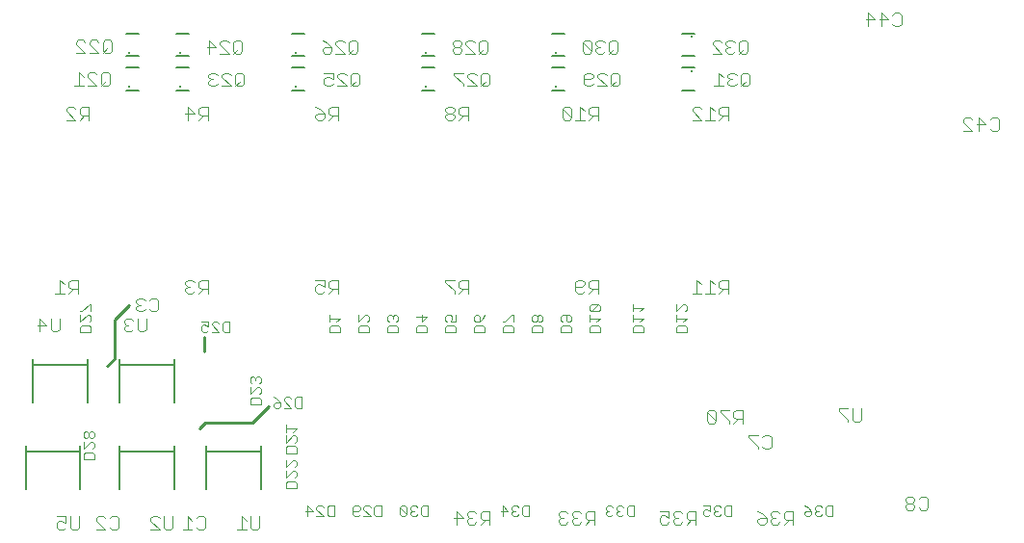
<source format=gbo>
G75*
%MOIN*%
%OFA0B0*%
%FSLAX25Y25*%
%IPPOS*%
%LPD*%
%AMOC8*
5,1,8,0,0,1.08239X$1,22.5*
%
%ADD10C,0.01000*%
%ADD11C,0.00400*%
%ADD12C,0.00300*%
%ADD13C,0.00800*%
%ADD14C,0.01181*%
D10*
X0052850Y0085414D02*
X0055350Y0087914D01*
X0055350Y0101664D01*
X0060350Y0106664D01*
X0086600Y0095414D02*
X0086600Y0090414D01*
X0086737Y0065839D02*
X0103275Y0065839D01*
X0108787Y0071351D01*
X0086737Y0065839D02*
X0084900Y0064001D01*
D11*
X0036202Y0028864D02*
X0035435Y0029631D01*
X0035435Y0031166D01*
X0036202Y0031933D01*
X0036969Y0031933D01*
X0038504Y0031166D01*
X0038504Y0033468D01*
X0035435Y0033468D01*
X0040039Y0033468D02*
X0040039Y0029631D01*
X0040806Y0028864D01*
X0042341Y0028864D01*
X0043108Y0029631D01*
X0043108Y0033468D01*
X0038504Y0029631D02*
X0037737Y0028864D01*
X0036202Y0028864D01*
X0049185Y0028864D02*
X0052254Y0028864D01*
X0049185Y0031933D01*
X0049185Y0032700D01*
X0049952Y0033468D01*
X0051487Y0033468D01*
X0052254Y0032700D01*
X0053789Y0032700D02*
X0054556Y0033468D01*
X0056091Y0033468D01*
X0056858Y0032700D01*
X0056858Y0029631D01*
X0056091Y0028864D01*
X0054556Y0028864D01*
X0053789Y0029631D01*
X0067935Y0028864D02*
X0071004Y0028864D01*
X0067935Y0031933D01*
X0067935Y0032700D01*
X0068702Y0033468D01*
X0070237Y0033468D01*
X0071004Y0032700D01*
X0072539Y0033468D02*
X0072539Y0029631D01*
X0073306Y0028864D01*
X0074841Y0028864D01*
X0075608Y0029631D01*
X0075608Y0033468D01*
X0079185Y0028864D02*
X0082254Y0028864D01*
X0080719Y0028864D02*
X0080719Y0033468D01*
X0082254Y0031933D01*
X0083789Y0032700D02*
X0084556Y0033468D01*
X0086091Y0033468D01*
X0086858Y0032700D01*
X0086858Y0029631D01*
X0086091Y0028864D01*
X0084556Y0028864D01*
X0083789Y0029631D01*
X0097935Y0028864D02*
X0101004Y0028864D01*
X0099469Y0028864D02*
X0099469Y0033468D01*
X0101004Y0031933D01*
X0102539Y0033468D02*
X0102539Y0029631D01*
X0103306Y0028864D01*
X0104841Y0028864D01*
X0105608Y0029631D01*
X0105608Y0033468D01*
X0065633Y0097364D02*
X0064098Y0097364D01*
X0063331Y0098131D01*
X0063331Y0101968D01*
X0061796Y0101200D02*
X0061029Y0101968D01*
X0059494Y0101968D01*
X0058727Y0101200D01*
X0058727Y0100433D01*
X0059494Y0099666D01*
X0058727Y0098899D01*
X0058727Y0098131D01*
X0059494Y0097364D01*
X0061029Y0097364D01*
X0061796Y0098131D01*
X0060261Y0099666D02*
X0059494Y0099666D01*
X0063702Y0104364D02*
X0065237Y0104364D01*
X0066004Y0105131D01*
X0067539Y0105131D02*
X0068306Y0104364D01*
X0069841Y0104364D01*
X0070608Y0105131D01*
X0070608Y0108200D01*
X0069841Y0108968D01*
X0068306Y0108968D01*
X0067539Y0108200D01*
X0066004Y0108200D02*
X0065237Y0108968D01*
X0063702Y0108968D01*
X0062935Y0108200D01*
X0062935Y0107433D01*
X0063702Y0106666D01*
X0062935Y0105899D01*
X0062935Y0105131D01*
X0063702Y0104364D01*
X0063702Y0106666D02*
X0064469Y0106666D01*
X0066400Y0101968D02*
X0066400Y0098131D01*
X0065633Y0097364D01*
X0079977Y0111381D02*
X0080744Y0110614D01*
X0082279Y0110614D01*
X0083046Y0111381D01*
X0084581Y0110614D02*
X0086115Y0112149D01*
X0085348Y0112149D02*
X0087650Y0112149D01*
X0087650Y0110614D02*
X0087650Y0115218D01*
X0085348Y0115218D01*
X0084581Y0114450D01*
X0084581Y0112916D01*
X0085348Y0112149D01*
X0083046Y0114450D02*
X0082279Y0115218D01*
X0080744Y0115218D01*
X0079977Y0114450D01*
X0079977Y0113683D01*
X0080744Y0112916D01*
X0079977Y0112149D01*
X0079977Y0111381D01*
X0080744Y0112916D02*
X0081511Y0112916D01*
X0042650Y0112149D02*
X0040348Y0112149D01*
X0039581Y0112916D01*
X0039581Y0114450D01*
X0040348Y0115218D01*
X0042650Y0115218D01*
X0042650Y0110614D01*
X0041115Y0112149D02*
X0039581Y0110614D01*
X0038046Y0110614D02*
X0034977Y0110614D01*
X0036511Y0110614D02*
X0036511Y0115218D01*
X0038046Y0113683D01*
X0036400Y0101968D02*
X0036400Y0098131D01*
X0035633Y0097364D01*
X0034098Y0097364D01*
X0033331Y0098131D01*
X0033331Y0101968D01*
X0031796Y0099666D02*
X0028727Y0099666D01*
X0029494Y0097364D02*
X0029494Y0101968D01*
X0031796Y0099666D01*
X0038727Y0170614D02*
X0041796Y0170614D01*
X0038727Y0173683D01*
X0038727Y0174450D01*
X0039494Y0175218D01*
X0041029Y0175218D01*
X0041796Y0174450D01*
X0043331Y0174450D02*
X0043331Y0172916D01*
X0044098Y0172149D01*
X0046400Y0172149D01*
X0044865Y0172149D02*
X0043331Y0170614D01*
X0046400Y0170614D02*
X0046400Y0175218D01*
X0044098Y0175218D01*
X0043331Y0174450D01*
X0043113Y0182573D02*
X0043113Y0187176D01*
X0044648Y0185642D01*
X0046183Y0185642D02*
X0049252Y0182573D01*
X0046183Y0182573D01*
X0044648Y0182573D02*
X0041579Y0182573D01*
X0046183Y0185642D02*
X0046183Y0186409D01*
X0046950Y0187176D01*
X0048484Y0187176D01*
X0049252Y0186409D01*
X0050786Y0186409D02*
X0050786Y0183340D01*
X0051554Y0182573D01*
X0053088Y0182573D01*
X0053856Y0183340D01*
X0053856Y0186409D01*
X0053088Y0187176D01*
X0051554Y0187176D01*
X0050786Y0186409D01*
X0052321Y0184107D02*
X0050786Y0182573D01*
X0051411Y0193823D02*
X0052946Y0195357D01*
X0052179Y0193823D02*
X0053713Y0193823D01*
X0054481Y0194590D01*
X0054481Y0197659D01*
X0053713Y0198426D01*
X0052179Y0198426D01*
X0051411Y0197659D01*
X0051411Y0194590D01*
X0052179Y0193823D01*
X0049877Y0193823D02*
X0046808Y0196892D01*
X0046808Y0197659D01*
X0047575Y0198426D01*
X0049109Y0198426D01*
X0049877Y0197659D01*
X0049877Y0193823D02*
X0046808Y0193823D01*
X0045273Y0193823D02*
X0042204Y0196892D01*
X0042204Y0197659D01*
X0042971Y0198426D01*
X0044506Y0198426D01*
X0045273Y0197659D01*
X0045273Y0193823D02*
X0042204Y0193823D01*
X0079977Y0172916D02*
X0083046Y0172916D01*
X0080744Y0175218D01*
X0080744Y0170614D01*
X0084581Y0170614D02*
X0086115Y0172149D01*
X0085348Y0172149D02*
X0087650Y0172149D01*
X0087650Y0170614D02*
X0087650Y0175218D01*
X0085348Y0175218D01*
X0084581Y0174450D01*
X0084581Y0172916D01*
X0085348Y0172149D01*
X0088746Y0182405D02*
X0090281Y0182405D01*
X0091048Y0183173D01*
X0092583Y0182405D02*
X0095652Y0182405D01*
X0092583Y0185474D01*
X0092583Y0186242D01*
X0093350Y0187009D01*
X0094885Y0187009D01*
X0095652Y0186242D01*
X0097187Y0186242D02*
X0097187Y0183173D01*
X0097954Y0182405D01*
X0099489Y0182405D01*
X0100256Y0183173D01*
X0100256Y0186242D01*
X0099489Y0187009D01*
X0097954Y0187009D01*
X0097187Y0186242D01*
X0098721Y0183940D02*
X0097187Y0182405D01*
X0091048Y0186242D02*
X0090281Y0187009D01*
X0088746Y0187009D01*
X0087979Y0186242D01*
X0087979Y0185474D01*
X0088746Y0184707D01*
X0087979Y0183940D01*
X0087979Y0183173D01*
X0088746Y0182405D01*
X0088746Y0184707D02*
X0089514Y0184707D01*
X0088121Y0193655D02*
X0088121Y0198259D01*
X0090423Y0195957D01*
X0087354Y0195957D01*
X0091958Y0196724D02*
X0091958Y0197492D01*
X0092725Y0198259D01*
X0094260Y0198259D01*
X0095027Y0197492D01*
X0096562Y0197492D02*
X0096562Y0194423D01*
X0097329Y0193655D01*
X0098864Y0193655D01*
X0099631Y0194423D01*
X0099631Y0197492D01*
X0098864Y0198259D01*
X0097329Y0198259D01*
X0096562Y0197492D01*
X0098096Y0195190D02*
X0096562Y0193655D01*
X0095027Y0193655D02*
X0091958Y0196724D01*
X0091958Y0193655D02*
X0095027Y0193655D01*
X0124977Y0175218D02*
X0126511Y0174450D01*
X0128046Y0172916D01*
X0125744Y0172916D01*
X0124977Y0172149D01*
X0124977Y0171381D01*
X0125744Y0170614D01*
X0127279Y0170614D01*
X0128046Y0171381D01*
X0128046Y0172916D01*
X0129581Y0172916D02*
X0130348Y0172149D01*
X0132650Y0172149D01*
X0131115Y0172149D02*
X0129581Y0170614D01*
X0129581Y0172916D02*
X0129581Y0174450D01*
X0130348Y0175218D01*
X0132650Y0175218D01*
X0132650Y0170614D01*
X0132583Y0182405D02*
X0135652Y0182405D01*
X0132583Y0185474D01*
X0132583Y0186242D01*
X0133350Y0187009D01*
X0134885Y0187009D01*
X0135652Y0186242D01*
X0137187Y0186242D02*
X0137187Y0183173D01*
X0137954Y0182405D01*
X0139489Y0182405D01*
X0140256Y0183173D01*
X0140256Y0186242D01*
X0139489Y0187009D01*
X0137954Y0187009D01*
X0137187Y0186242D01*
X0138721Y0183940D02*
X0137187Y0182405D01*
X0131048Y0183173D02*
X0130281Y0182405D01*
X0128746Y0182405D01*
X0127979Y0183173D01*
X0127979Y0184707D01*
X0128746Y0185474D01*
X0129514Y0185474D01*
X0131048Y0184707D01*
X0131048Y0187009D01*
X0127979Y0187009D01*
X0128121Y0193655D02*
X0127354Y0194423D01*
X0127354Y0195190D01*
X0128121Y0195957D01*
X0130423Y0195957D01*
X0130423Y0194423D01*
X0129656Y0193655D01*
X0128121Y0193655D01*
X0130423Y0195957D02*
X0128889Y0197492D01*
X0127354Y0198259D01*
X0131958Y0197492D02*
X0132725Y0198259D01*
X0134260Y0198259D01*
X0135027Y0197492D01*
X0136562Y0197492D02*
X0136562Y0194423D01*
X0137329Y0193655D01*
X0138864Y0193655D01*
X0139631Y0194423D01*
X0139631Y0197492D01*
X0138864Y0198259D01*
X0137329Y0198259D01*
X0136562Y0197492D01*
X0138096Y0195190D02*
X0136562Y0193655D01*
X0135027Y0193655D02*
X0131958Y0196724D01*
X0131958Y0197492D01*
X0131958Y0193655D02*
X0135027Y0193655D01*
X0172354Y0194423D02*
X0173121Y0193655D01*
X0174656Y0193655D01*
X0175423Y0194423D01*
X0175423Y0195190D01*
X0174656Y0195957D01*
X0173121Y0195957D01*
X0172354Y0195190D01*
X0172354Y0194423D01*
X0173121Y0195957D02*
X0172354Y0196724D01*
X0172354Y0197492D01*
X0173121Y0198259D01*
X0174656Y0198259D01*
X0175423Y0197492D01*
X0175423Y0196724D01*
X0174656Y0195957D01*
X0176958Y0196724D02*
X0176958Y0197492D01*
X0177725Y0198259D01*
X0179260Y0198259D01*
X0180027Y0197492D01*
X0181562Y0197492D02*
X0181562Y0194423D01*
X0182329Y0193655D01*
X0183864Y0193655D01*
X0184631Y0194423D01*
X0184631Y0197492D01*
X0183864Y0198259D01*
X0182329Y0198259D01*
X0181562Y0197492D01*
X0183096Y0195190D02*
X0181562Y0193655D01*
X0180027Y0193655D02*
X0176958Y0196724D01*
X0176958Y0193655D02*
X0180027Y0193655D01*
X0179885Y0187009D02*
X0180652Y0186242D01*
X0179885Y0187009D02*
X0178350Y0187009D01*
X0177583Y0186242D01*
X0177583Y0185474D01*
X0180652Y0182405D01*
X0177583Y0182405D01*
X0176048Y0182405D02*
X0176048Y0183173D01*
X0172979Y0186242D01*
X0172979Y0187009D01*
X0176048Y0187009D01*
X0182187Y0186242D02*
X0182187Y0183173D01*
X0182954Y0182405D01*
X0184489Y0182405D01*
X0185256Y0183173D01*
X0185256Y0186242D01*
X0184489Y0187009D01*
X0182954Y0187009D01*
X0182187Y0186242D01*
X0183721Y0183940D02*
X0182187Y0182405D01*
X0177650Y0175218D02*
X0175348Y0175218D01*
X0174581Y0174450D01*
X0174581Y0172916D01*
X0175348Y0172149D01*
X0177650Y0172149D01*
X0176115Y0172149D02*
X0174581Y0170614D01*
X0173046Y0171381D02*
X0173046Y0172149D01*
X0172279Y0172916D01*
X0170744Y0172916D01*
X0169977Y0172149D01*
X0169977Y0171381D01*
X0170744Y0170614D01*
X0172279Y0170614D01*
X0173046Y0171381D01*
X0172279Y0172916D02*
X0173046Y0173683D01*
X0173046Y0174450D01*
X0172279Y0175218D01*
X0170744Y0175218D01*
X0169977Y0174450D01*
X0169977Y0173683D01*
X0170744Y0172916D01*
X0177650Y0170614D02*
X0177650Y0175218D01*
X0210373Y0174450D02*
X0210373Y0171381D01*
X0211140Y0170614D01*
X0212675Y0170614D01*
X0213442Y0171381D01*
X0210373Y0174450D01*
X0211140Y0175218D01*
X0212675Y0175218D01*
X0213442Y0174450D01*
X0213442Y0171381D01*
X0214977Y0170614D02*
X0218046Y0170614D01*
X0216511Y0170614D02*
X0216511Y0175218D01*
X0218046Y0173683D01*
X0219581Y0172916D02*
X0220348Y0172149D01*
X0222650Y0172149D01*
X0221115Y0172149D02*
X0219581Y0170614D01*
X0219581Y0172916D02*
X0219581Y0174450D01*
X0220348Y0175218D01*
X0222650Y0175218D01*
X0222650Y0170614D01*
X0222583Y0182405D02*
X0225652Y0182405D01*
X0222583Y0185474D01*
X0222583Y0186242D01*
X0223350Y0187009D01*
X0224885Y0187009D01*
X0225652Y0186242D01*
X0227187Y0186242D02*
X0227187Y0183173D01*
X0227954Y0182405D01*
X0229489Y0182405D01*
X0230256Y0183173D01*
X0230256Y0186242D01*
X0229489Y0187009D01*
X0227954Y0187009D01*
X0227187Y0186242D01*
X0228721Y0183940D02*
X0227187Y0182405D01*
X0221048Y0183173D02*
X0220281Y0182405D01*
X0218746Y0182405D01*
X0217979Y0183173D01*
X0217979Y0186242D01*
X0218746Y0187009D01*
X0220281Y0187009D01*
X0221048Y0186242D01*
X0221048Y0185474D01*
X0220281Y0184707D01*
X0217979Y0184707D01*
X0218121Y0193655D02*
X0219656Y0193655D01*
X0220423Y0194423D01*
X0217354Y0197492D01*
X0217354Y0194423D01*
X0218121Y0193655D01*
X0220423Y0194423D02*
X0220423Y0197492D01*
X0219656Y0198259D01*
X0218121Y0198259D01*
X0217354Y0197492D01*
X0221958Y0197492D02*
X0221958Y0196724D01*
X0222725Y0195957D01*
X0221958Y0195190D01*
X0221958Y0194423D01*
X0222725Y0193655D01*
X0224260Y0193655D01*
X0225027Y0194423D01*
X0226562Y0194423D02*
X0226562Y0197492D01*
X0227329Y0198259D01*
X0228864Y0198259D01*
X0229631Y0197492D01*
X0229631Y0194423D01*
X0228864Y0193655D01*
X0227329Y0193655D01*
X0226562Y0194423D01*
X0226562Y0193655D02*
X0228096Y0195190D01*
X0225027Y0197492D02*
X0224260Y0198259D01*
X0222725Y0198259D01*
X0221958Y0197492D01*
X0222725Y0195957D02*
X0223493Y0195957D01*
X0255373Y0174450D02*
X0256140Y0175218D01*
X0257675Y0175218D01*
X0258442Y0174450D01*
X0255373Y0174450D02*
X0255373Y0173683D01*
X0258442Y0170614D01*
X0255373Y0170614D01*
X0259977Y0170614D02*
X0263046Y0170614D01*
X0261511Y0170614D02*
X0261511Y0175218D01*
X0263046Y0173683D01*
X0264581Y0172916D02*
X0265348Y0172149D01*
X0267650Y0172149D01*
X0266115Y0172149D02*
X0264581Y0170614D01*
X0264581Y0172916D02*
X0264581Y0174450D01*
X0265348Y0175218D01*
X0267650Y0175218D01*
X0267650Y0170614D01*
X0268350Y0182405D02*
X0269885Y0182405D01*
X0270652Y0183173D01*
X0272187Y0183173D02*
X0272954Y0182405D01*
X0274489Y0182405D01*
X0275256Y0183173D01*
X0275256Y0186242D01*
X0274489Y0187009D01*
X0272954Y0187009D01*
X0272187Y0186242D01*
X0272187Y0183173D01*
X0272187Y0182405D02*
X0273721Y0183940D01*
X0270652Y0186242D02*
X0269885Y0187009D01*
X0268350Y0187009D01*
X0267583Y0186242D01*
X0267583Y0185474D01*
X0268350Y0184707D01*
X0267583Y0183940D01*
X0267583Y0183173D01*
X0268350Y0182405D01*
X0266048Y0182405D02*
X0262979Y0182405D01*
X0264514Y0182405D02*
X0264514Y0187009D01*
X0266048Y0185474D01*
X0268350Y0184707D02*
X0269118Y0184707D01*
X0269260Y0193655D02*
X0267725Y0193655D01*
X0266958Y0194423D01*
X0266958Y0195190D01*
X0267725Y0195957D01*
X0268493Y0195957D01*
X0267725Y0195957D02*
X0266958Y0196724D01*
X0266958Y0197492D01*
X0267725Y0198259D01*
X0269260Y0198259D01*
X0270027Y0197492D01*
X0271562Y0197492D02*
X0271562Y0194423D01*
X0272329Y0193655D01*
X0273864Y0193655D01*
X0274631Y0194423D01*
X0274631Y0197492D01*
X0273864Y0198259D01*
X0272329Y0198259D01*
X0271562Y0197492D01*
X0273096Y0195190D02*
X0271562Y0193655D01*
X0270027Y0194423D02*
X0269260Y0193655D01*
X0265423Y0193655D02*
X0262354Y0196724D01*
X0262354Y0197492D01*
X0263121Y0198259D01*
X0264656Y0198259D01*
X0265423Y0197492D01*
X0265423Y0193655D02*
X0262354Y0193655D01*
X0315435Y0205416D02*
X0318504Y0205416D01*
X0316202Y0207718D01*
X0316202Y0203114D01*
X0320039Y0205416D02*
X0323108Y0205416D01*
X0320806Y0207718D01*
X0320806Y0203114D01*
X0324643Y0203881D02*
X0325410Y0203114D01*
X0326944Y0203114D01*
X0327712Y0203881D01*
X0327712Y0206950D01*
X0326944Y0207718D01*
X0325410Y0207718D01*
X0324643Y0206950D01*
X0349952Y0171468D02*
X0351487Y0171468D01*
X0352254Y0170700D01*
X0353789Y0169166D02*
X0356858Y0169166D01*
X0354556Y0171468D01*
X0354556Y0166864D01*
X0352254Y0166864D02*
X0349185Y0169933D01*
X0349185Y0170700D01*
X0349952Y0171468D01*
X0349185Y0166864D02*
X0352254Y0166864D01*
X0358393Y0167631D02*
X0359160Y0166864D01*
X0360694Y0166864D01*
X0361462Y0167631D01*
X0361462Y0170700D01*
X0360694Y0171468D01*
X0359160Y0171468D01*
X0358393Y0170700D01*
X0313900Y0070718D02*
X0313900Y0066881D01*
X0313133Y0066114D01*
X0311598Y0066114D01*
X0310831Y0066881D01*
X0310831Y0070718D01*
X0309296Y0070718D02*
X0306227Y0070718D01*
X0306227Y0069950D01*
X0309296Y0066881D01*
X0309296Y0066114D01*
X0329952Y0040218D02*
X0329185Y0039450D01*
X0329185Y0038683D01*
X0329952Y0037916D01*
X0331487Y0037916D01*
X0332254Y0038683D01*
X0332254Y0039450D01*
X0331487Y0040218D01*
X0329952Y0040218D01*
X0329952Y0037916D02*
X0329185Y0037149D01*
X0329185Y0036381D01*
X0329952Y0035614D01*
X0331487Y0035614D01*
X0332254Y0036381D01*
X0332254Y0037149D01*
X0331487Y0037916D01*
X0333789Y0039450D02*
X0334556Y0040218D01*
X0336091Y0040218D01*
X0336858Y0039450D01*
X0336858Y0036381D01*
X0336091Y0035614D01*
X0334556Y0035614D01*
X0333789Y0036381D01*
X0290212Y0035218D02*
X0290212Y0030614D01*
X0290212Y0032149D02*
X0287910Y0032149D01*
X0287143Y0032916D01*
X0287143Y0034450D01*
X0287910Y0035218D01*
X0290212Y0035218D01*
X0288677Y0032149D02*
X0287143Y0030614D01*
X0285608Y0031381D02*
X0284841Y0030614D01*
X0283306Y0030614D01*
X0282539Y0031381D01*
X0282539Y0032149D01*
X0283306Y0032916D01*
X0284073Y0032916D01*
X0283306Y0032916D02*
X0282539Y0033683D01*
X0282539Y0034450D01*
X0283306Y0035218D01*
X0284841Y0035218D01*
X0285608Y0034450D01*
X0281004Y0032916D02*
X0281004Y0031381D01*
X0280237Y0030614D01*
X0278702Y0030614D01*
X0277935Y0031381D01*
X0277935Y0032149D01*
X0278702Y0032916D01*
X0281004Y0032916D01*
X0279469Y0034450D01*
X0277935Y0035218D01*
X0278046Y0056864D02*
X0278046Y0057631D01*
X0274977Y0060700D01*
X0274977Y0061468D01*
X0278046Y0061468D01*
X0279581Y0060700D02*
X0280348Y0061468D01*
X0281883Y0061468D01*
X0282650Y0060700D01*
X0282650Y0057631D01*
X0281883Y0056864D01*
X0280348Y0056864D01*
X0279581Y0057631D01*
X0272712Y0065614D02*
X0272712Y0070218D01*
X0270410Y0070218D01*
X0269643Y0069450D01*
X0269643Y0067916D01*
X0270410Y0067149D01*
X0272712Y0067149D01*
X0271177Y0067149D02*
X0269643Y0065614D01*
X0268108Y0065614D02*
X0268108Y0066381D01*
X0265039Y0069450D01*
X0265039Y0070218D01*
X0268108Y0070218D01*
X0263504Y0069450D02*
X0263504Y0066381D01*
X0260435Y0069450D01*
X0260435Y0066381D01*
X0261202Y0065614D01*
X0262737Y0065614D01*
X0263504Y0066381D01*
X0263504Y0069450D02*
X0262737Y0070218D01*
X0261202Y0070218D01*
X0260435Y0069450D01*
X0256462Y0035218D02*
X0254160Y0035218D01*
X0253393Y0034450D01*
X0253393Y0032916D01*
X0254160Y0032149D01*
X0256462Y0032149D01*
X0254927Y0032149D02*
X0253393Y0030614D01*
X0251858Y0031381D02*
X0251091Y0030614D01*
X0249556Y0030614D01*
X0248789Y0031381D01*
X0248789Y0032149D01*
X0249556Y0032916D01*
X0250323Y0032916D01*
X0249556Y0032916D02*
X0248789Y0033683D01*
X0248789Y0034450D01*
X0249556Y0035218D01*
X0251091Y0035218D01*
X0251858Y0034450D01*
X0256462Y0035218D02*
X0256462Y0030614D01*
X0247254Y0031381D02*
X0246487Y0030614D01*
X0244952Y0030614D01*
X0244185Y0031381D01*
X0244185Y0032916D01*
X0244952Y0033683D01*
X0245719Y0033683D01*
X0247254Y0032916D01*
X0247254Y0035218D01*
X0244185Y0035218D01*
X0221462Y0035218D02*
X0221462Y0030614D01*
X0221462Y0032149D02*
X0219160Y0032149D01*
X0218393Y0032916D01*
X0218393Y0034450D01*
X0219160Y0035218D01*
X0221462Y0035218D01*
X0219927Y0032149D02*
X0218393Y0030614D01*
X0216858Y0031381D02*
X0216091Y0030614D01*
X0214556Y0030614D01*
X0213789Y0031381D01*
X0213789Y0032149D01*
X0214556Y0032916D01*
X0215323Y0032916D01*
X0214556Y0032916D02*
X0213789Y0033683D01*
X0213789Y0034450D01*
X0214556Y0035218D01*
X0216091Y0035218D01*
X0216858Y0034450D01*
X0212254Y0034450D02*
X0211487Y0035218D01*
X0209952Y0035218D01*
X0209185Y0034450D01*
X0209185Y0033683D01*
X0209952Y0032916D01*
X0209185Y0032149D01*
X0209185Y0031381D01*
X0209952Y0030614D01*
X0211487Y0030614D01*
X0212254Y0031381D01*
X0210719Y0032916D02*
X0209952Y0032916D01*
X0185212Y0032149D02*
X0182910Y0032149D01*
X0182143Y0032916D01*
X0182143Y0034450D01*
X0182910Y0035218D01*
X0185212Y0035218D01*
X0185212Y0030614D01*
X0183677Y0032149D02*
X0182143Y0030614D01*
X0180608Y0031381D02*
X0179841Y0030614D01*
X0178306Y0030614D01*
X0177539Y0031381D01*
X0177539Y0032149D01*
X0178306Y0032916D01*
X0179073Y0032916D01*
X0178306Y0032916D02*
X0177539Y0033683D01*
X0177539Y0034450D01*
X0178306Y0035218D01*
X0179841Y0035218D01*
X0180608Y0034450D01*
X0176004Y0032916D02*
X0172935Y0032916D01*
X0173702Y0035218D02*
X0176004Y0032916D01*
X0173702Y0030614D02*
X0173702Y0035218D01*
X0173046Y0110614D02*
X0173046Y0111381D01*
X0169977Y0114450D01*
X0169977Y0115218D01*
X0173046Y0115218D01*
X0174581Y0114450D02*
X0174581Y0112916D01*
X0175348Y0112149D01*
X0177650Y0112149D01*
X0176115Y0112149D02*
X0174581Y0110614D01*
X0177650Y0110614D02*
X0177650Y0115218D01*
X0175348Y0115218D01*
X0174581Y0114450D01*
X0214977Y0114450D02*
X0214977Y0111381D01*
X0215744Y0110614D01*
X0217279Y0110614D01*
X0218046Y0111381D01*
X0219581Y0110614D02*
X0221115Y0112149D01*
X0220348Y0112149D02*
X0222650Y0112149D01*
X0222650Y0110614D02*
X0222650Y0115218D01*
X0220348Y0115218D01*
X0219581Y0114450D01*
X0219581Y0112916D01*
X0220348Y0112149D01*
X0218046Y0113683D02*
X0218046Y0114450D01*
X0217279Y0115218D01*
X0215744Y0115218D01*
X0214977Y0114450D01*
X0214977Y0112916D02*
X0217279Y0112916D01*
X0218046Y0113683D01*
X0255373Y0110614D02*
X0258442Y0110614D01*
X0256908Y0110614D02*
X0256908Y0115218D01*
X0258442Y0113683D01*
X0259977Y0110614D02*
X0263046Y0110614D01*
X0261511Y0110614D02*
X0261511Y0115218D01*
X0263046Y0113683D01*
X0264581Y0114450D02*
X0264581Y0112916D01*
X0265348Y0112149D01*
X0267650Y0112149D01*
X0266115Y0112149D02*
X0264581Y0110614D01*
X0267650Y0110614D02*
X0267650Y0115218D01*
X0265348Y0115218D01*
X0264581Y0114450D01*
X0132650Y0115218D02*
X0132650Y0110614D01*
X0132650Y0112149D02*
X0130348Y0112149D01*
X0129581Y0112916D01*
X0129581Y0114450D01*
X0130348Y0115218D01*
X0132650Y0115218D01*
X0131115Y0112149D02*
X0129581Y0110614D01*
X0128046Y0111381D02*
X0127279Y0110614D01*
X0125744Y0110614D01*
X0124977Y0111381D01*
X0124977Y0112916D01*
X0125744Y0113683D01*
X0126511Y0113683D01*
X0128046Y0112916D01*
X0128046Y0115218D01*
X0124977Y0115218D01*
D12*
X0129821Y0103172D02*
X0129821Y0100704D01*
X0129821Y0101938D02*
X0133524Y0101938D01*
X0132290Y0100704D01*
X0132907Y0099489D02*
X0133524Y0098872D01*
X0133524Y0097021D01*
X0129821Y0097021D01*
X0129821Y0098872D01*
X0130438Y0099489D01*
X0132907Y0099489D01*
X0139821Y0098872D02*
X0140438Y0099489D01*
X0142907Y0099489D01*
X0143524Y0098872D01*
X0143524Y0097021D01*
X0139821Y0097021D01*
X0139821Y0098872D01*
X0139821Y0100704D02*
X0142290Y0103172D01*
X0142907Y0103172D01*
X0143524Y0102555D01*
X0143524Y0101321D01*
X0142907Y0100704D01*
X0139821Y0100704D02*
X0139821Y0103172D01*
X0149821Y0102555D02*
X0149821Y0101321D01*
X0150438Y0100704D01*
X0150438Y0099489D02*
X0152907Y0099489D01*
X0153524Y0098872D01*
X0153524Y0097021D01*
X0149821Y0097021D01*
X0149821Y0098872D01*
X0150438Y0099489D01*
X0151672Y0101938D02*
X0151672Y0102555D01*
X0151055Y0103172D01*
X0150438Y0103172D01*
X0149821Y0102555D01*
X0151672Y0102555D02*
X0152290Y0103172D01*
X0152907Y0103172D01*
X0153524Y0102555D01*
X0153524Y0101321D01*
X0152907Y0100704D01*
X0159821Y0098872D02*
X0160438Y0099489D01*
X0162907Y0099489D01*
X0163524Y0098872D01*
X0163524Y0097021D01*
X0159821Y0097021D01*
X0159821Y0098872D01*
X0161672Y0100704D02*
X0161672Y0103172D01*
X0159821Y0102555D02*
X0163524Y0102555D01*
X0161672Y0100704D01*
X0169821Y0101321D02*
X0170438Y0100704D01*
X0169821Y0101321D02*
X0169821Y0102555D01*
X0170438Y0103172D01*
X0171672Y0103172D01*
X0172290Y0102555D01*
X0172290Y0101938D01*
X0171672Y0100704D01*
X0173524Y0100704D01*
X0173524Y0103172D01*
X0172907Y0099489D02*
X0170438Y0099489D01*
X0169821Y0098872D01*
X0169821Y0097021D01*
X0173524Y0097021D01*
X0173524Y0098872D01*
X0172907Y0099489D01*
X0179821Y0098872D02*
X0180438Y0099489D01*
X0182907Y0099489D01*
X0183524Y0098872D01*
X0183524Y0097021D01*
X0179821Y0097021D01*
X0179821Y0098872D01*
X0180438Y0100704D02*
X0179821Y0101321D01*
X0179821Y0102555D01*
X0180438Y0103172D01*
X0181055Y0103172D01*
X0181672Y0102555D01*
X0181672Y0100704D01*
X0180438Y0100704D01*
X0181672Y0100704D02*
X0182907Y0101938D01*
X0183524Y0103172D01*
X0189821Y0100704D02*
X0190438Y0100704D01*
X0192907Y0103172D01*
X0193524Y0103172D01*
X0193524Y0100704D01*
X0192907Y0099489D02*
X0190438Y0099489D01*
X0189821Y0098872D01*
X0189821Y0097021D01*
X0193524Y0097021D01*
X0193524Y0098872D01*
X0192907Y0099489D01*
X0199821Y0098872D02*
X0200438Y0099489D01*
X0202907Y0099489D01*
X0203524Y0098872D01*
X0203524Y0097021D01*
X0199821Y0097021D01*
X0199821Y0098872D01*
X0200438Y0100704D02*
X0201055Y0100704D01*
X0201672Y0101321D01*
X0201672Y0102555D01*
X0201055Y0103172D01*
X0200438Y0103172D01*
X0199821Y0102555D01*
X0199821Y0101321D01*
X0200438Y0100704D01*
X0201672Y0101321D02*
X0202290Y0100704D01*
X0202907Y0100704D01*
X0203524Y0101321D01*
X0203524Y0102555D01*
X0202907Y0103172D01*
X0202290Y0103172D01*
X0201672Y0102555D01*
X0209821Y0102555D02*
X0210438Y0103172D01*
X0212907Y0103172D01*
X0213524Y0102555D01*
X0213524Y0101321D01*
X0212907Y0100704D01*
X0212290Y0100704D01*
X0211672Y0101321D01*
X0211672Y0103172D01*
X0209821Y0102555D02*
X0209821Y0101321D01*
X0210438Y0100704D01*
X0210438Y0099489D02*
X0212907Y0099489D01*
X0213524Y0098872D01*
X0213524Y0097021D01*
X0209821Y0097021D01*
X0209821Y0098872D01*
X0210438Y0099489D01*
X0219821Y0098872D02*
X0220438Y0099489D01*
X0222907Y0099489D01*
X0223524Y0098872D01*
X0223524Y0097021D01*
X0219821Y0097021D01*
X0219821Y0098872D01*
X0219821Y0100704D02*
X0219821Y0103172D01*
X0219821Y0101938D02*
X0223524Y0101938D01*
X0222290Y0100704D01*
X0222907Y0104387D02*
X0223524Y0105004D01*
X0223524Y0106238D01*
X0222907Y0106856D01*
X0220438Y0104387D01*
X0219821Y0105004D01*
X0219821Y0106238D01*
X0220438Y0106856D01*
X0222907Y0106856D01*
X0222907Y0104387D02*
X0220438Y0104387D01*
X0234821Y0104387D02*
X0234821Y0106856D01*
X0234821Y0105621D02*
X0238524Y0105621D01*
X0237290Y0104387D01*
X0238524Y0101938D02*
X0234821Y0101938D01*
X0234821Y0100704D02*
X0234821Y0103172D01*
X0237290Y0100704D02*
X0238524Y0101938D01*
X0237907Y0099489D02*
X0235438Y0099489D01*
X0234821Y0098872D01*
X0234821Y0097021D01*
X0238524Y0097021D01*
X0238524Y0098872D01*
X0237907Y0099489D01*
X0249821Y0098872D02*
X0250438Y0099489D01*
X0252907Y0099489D01*
X0253524Y0098872D01*
X0253524Y0097021D01*
X0249821Y0097021D01*
X0249821Y0098872D01*
X0249821Y0100704D02*
X0249821Y0103172D01*
X0249821Y0104387D02*
X0252290Y0106856D01*
X0252907Y0106856D01*
X0253524Y0106238D01*
X0253524Y0105004D01*
X0252907Y0104387D01*
X0253524Y0101938D02*
X0249821Y0101938D01*
X0249821Y0104387D02*
X0249821Y0106856D01*
X0253524Y0101938D02*
X0252290Y0100704D01*
X0259121Y0037196D02*
X0261590Y0037196D01*
X0261590Y0035345D01*
X0260355Y0035962D01*
X0259738Y0035962D01*
X0259121Y0035345D01*
X0259121Y0034110D01*
X0259738Y0033493D01*
X0260973Y0033493D01*
X0261590Y0034110D01*
X0262804Y0034110D02*
X0263421Y0033493D01*
X0264656Y0033493D01*
X0265273Y0034110D01*
X0266487Y0034110D02*
X0266487Y0036579D01*
X0267105Y0037196D01*
X0268956Y0037196D01*
X0268956Y0033493D01*
X0267105Y0033493D01*
X0266487Y0034110D01*
X0264039Y0035345D02*
X0263421Y0035345D01*
X0262804Y0034727D01*
X0262804Y0034110D01*
X0263421Y0035345D02*
X0262804Y0035962D01*
X0262804Y0036579D01*
X0263421Y0037196D01*
X0264656Y0037196D01*
X0265273Y0036579D01*
X0294121Y0037196D02*
X0295355Y0036579D01*
X0296590Y0035345D01*
X0294738Y0035345D01*
X0294121Y0034727D01*
X0294121Y0034110D01*
X0294738Y0033493D01*
X0295973Y0033493D01*
X0296590Y0034110D01*
X0296590Y0035345D01*
X0297804Y0035962D02*
X0298421Y0035345D01*
X0297804Y0034727D01*
X0297804Y0034110D01*
X0298421Y0033493D01*
X0299656Y0033493D01*
X0300273Y0034110D01*
X0301487Y0034110D02*
X0301487Y0036579D01*
X0302105Y0037196D01*
X0303956Y0037196D01*
X0303956Y0033493D01*
X0302105Y0033493D01*
X0301487Y0034110D01*
X0299039Y0035345D02*
X0298421Y0035345D01*
X0297804Y0035962D02*
X0297804Y0036579D01*
X0298421Y0037196D01*
X0299656Y0037196D01*
X0300273Y0036579D01*
X0235206Y0037196D02*
X0235206Y0033493D01*
X0233355Y0033493D01*
X0232737Y0034110D01*
X0232737Y0036579D01*
X0233355Y0037196D01*
X0235206Y0037196D01*
X0231523Y0036579D02*
X0230906Y0037196D01*
X0229671Y0037196D01*
X0229054Y0036579D01*
X0229054Y0035962D01*
X0229671Y0035345D01*
X0229054Y0034727D01*
X0229054Y0034110D01*
X0229671Y0033493D01*
X0230906Y0033493D01*
X0231523Y0034110D01*
X0230289Y0035345D02*
X0229671Y0035345D01*
X0227840Y0036579D02*
X0227223Y0037196D01*
X0225988Y0037196D01*
X0225371Y0036579D01*
X0225371Y0035962D01*
X0225988Y0035345D01*
X0225371Y0034727D01*
X0225371Y0034110D01*
X0225988Y0033493D01*
X0227223Y0033493D01*
X0227840Y0034110D01*
X0226605Y0035345D02*
X0225988Y0035345D01*
X0198956Y0037196D02*
X0198956Y0033493D01*
X0197105Y0033493D01*
X0196487Y0034110D01*
X0196487Y0036579D01*
X0197105Y0037196D01*
X0198956Y0037196D01*
X0195273Y0036579D02*
X0194656Y0037196D01*
X0193421Y0037196D01*
X0192804Y0036579D01*
X0192804Y0035962D01*
X0193421Y0035345D01*
X0192804Y0034727D01*
X0192804Y0034110D01*
X0193421Y0033493D01*
X0194656Y0033493D01*
X0195273Y0034110D01*
X0194039Y0035345D02*
X0193421Y0035345D01*
X0191590Y0035345D02*
X0189738Y0037196D01*
X0189738Y0033493D01*
X0189121Y0035345D02*
X0191590Y0035345D01*
X0163956Y0037196D02*
X0163956Y0033493D01*
X0162105Y0033493D01*
X0161487Y0034110D01*
X0161487Y0036579D01*
X0162105Y0037196D01*
X0163956Y0037196D01*
X0160273Y0036579D02*
X0159656Y0037196D01*
X0158421Y0037196D01*
X0157804Y0036579D01*
X0157804Y0035962D01*
X0158421Y0035345D01*
X0157804Y0034727D01*
X0157804Y0034110D01*
X0158421Y0033493D01*
X0159656Y0033493D01*
X0160273Y0034110D01*
X0159039Y0035345D02*
X0158421Y0035345D01*
X0156590Y0036579D02*
X0155973Y0037196D01*
X0154738Y0037196D01*
X0154121Y0036579D01*
X0156590Y0034110D01*
X0155973Y0033493D01*
X0154738Y0033493D01*
X0154121Y0034110D01*
X0154121Y0036579D01*
X0156590Y0036579D02*
X0156590Y0034110D01*
X0147706Y0033493D02*
X0145855Y0033493D01*
X0145237Y0034110D01*
X0145237Y0036579D01*
X0145855Y0037196D01*
X0147706Y0037196D01*
X0147706Y0033493D01*
X0144023Y0033493D02*
X0141554Y0035962D01*
X0141554Y0036579D01*
X0142171Y0037196D01*
X0143406Y0037196D01*
X0144023Y0036579D01*
X0144023Y0033493D02*
X0141554Y0033493D01*
X0140340Y0034110D02*
X0139723Y0033493D01*
X0138488Y0033493D01*
X0137871Y0034110D01*
X0137871Y0036579D01*
X0138488Y0037196D01*
X0139723Y0037196D01*
X0140340Y0036579D01*
X0140340Y0035962D01*
X0139723Y0035345D01*
X0137871Y0035345D01*
X0131456Y0037196D02*
X0129605Y0037196D01*
X0128987Y0036579D01*
X0128987Y0034110D01*
X0129605Y0033493D01*
X0131456Y0033493D01*
X0131456Y0037196D01*
X0127773Y0036579D02*
X0127156Y0037196D01*
X0125921Y0037196D01*
X0125304Y0036579D01*
X0125304Y0035962D01*
X0127773Y0033493D01*
X0125304Y0033493D01*
X0124090Y0035345D02*
X0121621Y0035345D01*
X0122238Y0037196D02*
X0122238Y0033493D01*
X0124090Y0035345D02*
X0122238Y0037196D01*
X0118382Y0043058D02*
X0118382Y0044909D01*
X0117765Y0045527D01*
X0115296Y0045527D01*
X0114679Y0044909D01*
X0114679Y0043058D01*
X0118382Y0043058D01*
X0117765Y0046741D02*
X0118382Y0047358D01*
X0118382Y0048592D01*
X0117765Y0049210D01*
X0117148Y0049210D01*
X0114679Y0046741D01*
X0114679Y0049210D01*
X0114679Y0050424D02*
X0117148Y0052893D01*
X0117765Y0052893D01*
X0118382Y0052276D01*
X0118382Y0051041D01*
X0117765Y0050424D01*
X0114679Y0050424D02*
X0114679Y0052893D01*
X0114679Y0055245D02*
X0114679Y0057097D01*
X0115296Y0057714D01*
X0117765Y0057714D01*
X0118382Y0057097D01*
X0118382Y0055245D01*
X0114679Y0055245D01*
X0114679Y0058928D02*
X0117148Y0061397D01*
X0117765Y0061397D01*
X0118382Y0060780D01*
X0118382Y0059546D01*
X0117765Y0058928D01*
X0114679Y0058928D02*
X0114679Y0061397D01*
X0114679Y0062612D02*
X0114679Y0065080D01*
X0114679Y0063846D02*
X0118382Y0063846D01*
X0117148Y0062612D01*
X0116523Y0070993D02*
X0114054Y0070993D01*
X0112840Y0071610D02*
X0112223Y0070993D01*
X0110988Y0070993D01*
X0110371Y0071610D01*
X0110371Y0072227D01*
X0110988Y0072845D01*
X0112840Y0072845D01*
X0112840Y0071610D01*
X0112840Y0072845D02*
X0111605Y0074079D01*
X0110371Y0074696D01*
X0114054Y0074079D02*
X0114671Y0074696D01*
X0115906Y0074696D01*
X0116523Y0074079D01*
X0117737Y0074079D02*
X0118355Y0074696D01*
X0120206Y0074696D01*
X0120206Y0070993D01*
X0118355Y0070993D01*
X0117737Y0071610D01*
X0117737Y0074079D01*
X0116523Y0070993D02*
X0114054Y0073462D01*
X0114054Y0074079D01*
X0106024Y0073872D02*
X0106024Y0072021D01*
X0102321Y0072021D01*
X0102321Y0073872D01*
X0102938Y0074489D01*
X0105407Y0074489D01*
X0106024Y0073872D01*
X0105407Y0075704D02*
X0106024Y0076321D01*
X0106024Y0077555D01*
X0105407Y0078172D01*
X0104790Y0078172D01*
X0102321Y0075704D01*
X0102321Y0078172D01*
X0102938Y0079387D02*
X0102321Y0080004D01*
X0102321Y0081238D01*
X0102938Y0081856D01*
X0103555Y0081856D01*
X0104172Y0081238D01*
X0104172Y0080621D01*
X0104172Y0081238D02*
X0104790Y0081856D01*
X0105407Y0081856D01*
X0106024Y0081238D01*
X0106024Y0080004D01*
X0105407Y0079387D01*
X0095206Y0097243D02*
X0093355Y0097243D01*
X0092737Y0097860D01*
X0092737Y0100329D01*
X0093355Y0100946D01*
X0095206Y0100946D01*
X0095206Y0097243D01*
X0091523Y0097243D02*
X0089054Y0099712D01*
X0089054Y0100329D01*
X0089671Y0100946D01*
X0090906Y0100946D01*
X0091523Y0100329D01*
X0091523Y0097243D02*
X0089054Y0097243D01*
X0087840Y0097860D02*
X0087223Y0097243D01*
X0085988Y0097243D01*
X0085371Y0097860D01*
X0085371Y0099095D01*
X0085988Y0099712D01*
X0086605Y0099712D01*
X0087840Y0099095D01*
X0087840Y0100946D01*
X0085371Y0100946D01*
X0047274Y0101321D02*
X0046657Y0100704D01*
X0047274Y0101321D02*
X0047274Y0102555D01*
X0046657Y0103172D01*
X0046040Y0103172D01*
X0043571Y0100704D01*
X0043571Y0103172D01*
X0043571Y0104387D02*
X0044188Y0104387D01*
X0046657Y0106856D01*
X0047274Y0106856D01*
X0047274Y0104387D01*
X0046657Y0099489D02*
X0044188Y0099489D01*
X0043571Y0098872D01*
X0043571Y0097021D01*
X0047274Y0097021D01*
X0047274Y0098872D01*
X0046657Y0099489D01*
X0047148Y0062893D02*
X0046531Y0062276D01*
X0046531Y0061041D01*
X0047148Y0060424D01*
X0047765Y0060424D01*
X0048382Y0061041D01*
X0048382Y0062276D01*
X0047765Y0062893D01*
X0047148Y0062893D01*
X0046531Y0062276D02*
X0045914Y0062893D01*
X0045296Y0062893D01*
X0044679Y0062276D01*
X0044679Y0061041D01*
X0045296Y0060424D01*
X0045914Y0060424D01*
X0046531Y0061041D01*
X0047148Y0059210D02*
X0044679Y0056741D01*
X0044679Y0059210D01*
X0047148Y0059210D02*
X0047765Y0059210D01*
X0048382Y0058592D01*
X0048382Y0057358D01*
X0047765Y0056741D01*
X0047765Y0055527D02*
X0048382Y0054909D01*
X0048382Y0053058D01*
X0044679Y0053058D01*
X0044679Y0054909D01*
X0045296Y0055527D01*
X0047765Y0055527D01*
D13*
X0043549Y0055926D02*
X0024651Y0055926D01*
X0024651Y0042934D01*
X0024651Y0055926D02*
X0024651Y0057894D01*
X0027151Y0072934D02*
X0027151Y0085926D01*
X0046049Y0085926D01*
X0046049Y0087894D01*
X0046049Y0085926D02*
X0046049Y0072934D01*
X0057151Y0072934D02*
X0057151Y0085926D01*
X0076049Y0085926D01*
X0076049Y0087894D01*
X0076049Y0085926D02*
X0076049Y0072934D01*
X0076049Y0057894D02*
X0076049Y0055926D01*
X0057151Y0055926D01*
X0057151Y0042934D01*
X0057151Y0055926D02*
X0057151Y0057894D01*
X0043549Y0057894D02*
X0043549Y0055926D01*
X0043549Y0042934D01*
X0076049Y0042934D02*
X0076049Y0055926D01*
X0087151Y0055926D02*
X0087151Y0042934D01*
X0087151Y0055926D02*
X0106049Y0055926D01*
X0106049Y0057894D01*
X0106049Y0055926D02*
X0106049Y0042934D01*
X0087151Y0055926D02*
X0087151Y0057894D01*
X0057151Y0085926D02*
X0057151Y0087894D01*
X0027151Y0087894D02*
X0027151Y0085926D01*
X0059435Y0180852D02*
X0063765Y0180852D01*
X0063765Y0188726D02*
X0059435Y0188726D01*
X0059435Y0192727D02*
X0063765Y0192727D01*
X0063765Y0200601D02*
X0059435Y0200601D01*
X0076935Y0200601D02*
X0081265Y0200601D01*
X0081265Y0192727D02*
X0076935Y0192727D01*
X0076935Y0188726D02*
X0081265Y0188726D01*
X0081265Y0180852D02*
X0076935Y0180852D01*
X0116935Y0180852D02*
X0121265Y0180852D01*
X0121265Y0188726D02*
X0116935Y0188726D01*
X0116935Y0192727D02*
X0121265Y0192727D01*
X0121265Y0200601D02*
X0116935Y0200601D01*
X0161935Y0200601D02*
X0166265Y0200601D01*
X0166265Y0192727D02*
X0161935Y0192727D01*
X0161935Y0188726D02*
X0166265Y0188726D01*
X0166265Y0180852D02*
X0161935Y0180852D01*
X0206935Y0180852D02*
X0211265Y0180852D01*
X0211265Y0188726D02*
X0206935Y0188726D01*
X0206935Y0192727D02*
X0211265Y0192727D01*
X0211265Y0200601D02*
X0206935Y0200601D01*
X0251935Y0200601D02*
X0256265Y0200601D01*
X0256265Y0192727D02*
X0251935Y0192727D01*
X0251935Y0188726D02*
X0256265Y0188726D01*
X0256265Y0180852D02*
X0251935Y0180852D01*
D14*
X0255084Y0187545D03*
X0255084Y0199420D03*
X0208116Y0193908D03*
X0208116Y0182033D03*
X0163116Y0182033D03*
X0163116Y0193908D03*
X0118116Y0193908D03*
X0118116Y0182033D03*
X0078116Y0182033D03*
X0078116Y0193908D03*
X0060616Y0193908D03*
X0060616Y0182033D03*
M02*

</source>
